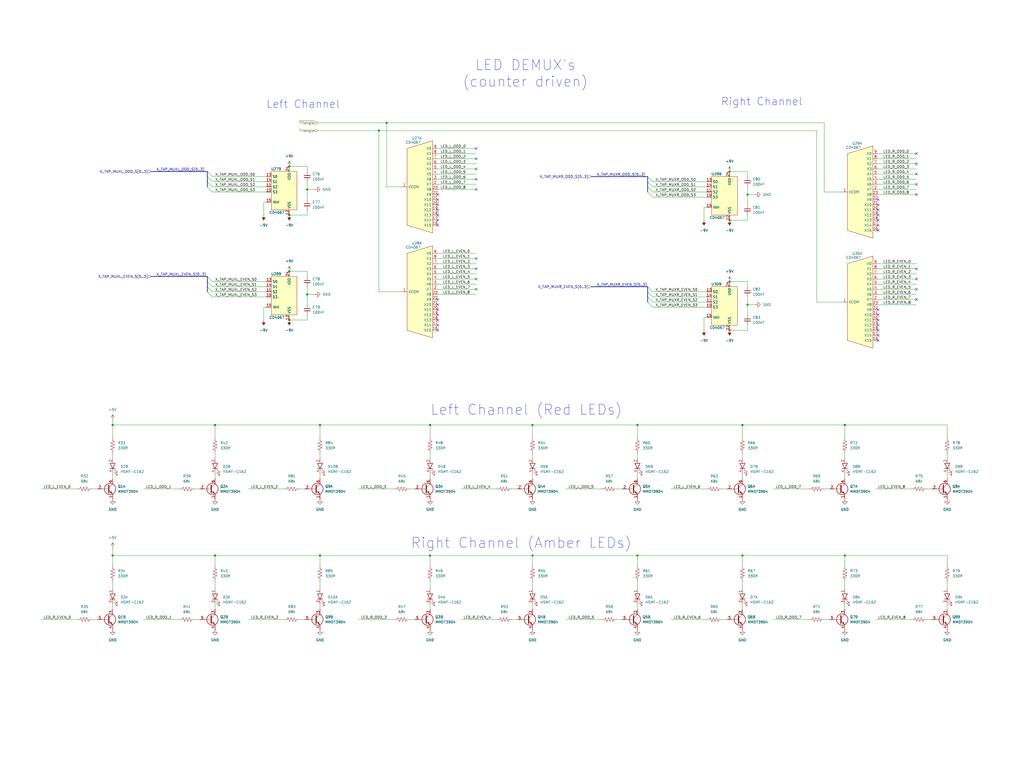
<source format=kicad_sch>
(kicad_sch (version 20250114) (generator "eeschema") (generator_version "9.0")
  (paper "User" 508 381)
  (title_block (title "Solid State Scanner Vibrato") (date "2024-10-27") (company "Osprey Instruments"))
  (text "Right Channel" (at 377.952 50.546 0) (effects (font (size 3.81 3.81))))
  (text "Left Channel (Red LEDs)" (at 261.112 203.454 0) (effects (font (size 5.08 5.08))))
  (text "LED DEMUX's\n(counter driven)" (at 260.604 36.576 0) (effects (font (size 5.08 5.08))))
  (text "Right Channel (Amber LEDs)" (at 258.572 269.494 0) (effects (font (size 5.08 5.08))))
  (text "Left Channel" (at 150.368 51.816 0) (effects (font (size 3.81 3.81))))
  (junction (at 143.51 158.75))
  (junction (at 143.51 82.55))
  (junction (at 361.95 85.09))
  (junction (at 143.51 134.62))
  (junction (at 152.4 146.05))
  (junction (at 187.96 64.77))
  (junction (at 152.4 93.98))
  (junction (at 55.88 210.82))
  (junction (at 316.23 275.59))
  (junction (at 213.36 210.82))
  (junction (at 158.75 210.82))
  (junction (at 368.3 210.82))
  (junction (at 158.75 275.59))
  (junction (at 419.1 275.59))
  (junction (at 368.3 275.59))
  (junction (at 143.51 106.68))
  (junction (at 361.95 163.83))
  (junction (at 316.23 210.82))
  (junction (at 361.95 139.7))
  (junction (at 264.16 210.82))
  (junction (at 370.84 151.13))
  (junction (at 106.68 275.59))
  (junction (at 370.84 96.52))
  (junction (at 213.36 275.59))
  (junction (at 361.95 109.22))
  (junction (at 264.16 275.59))
  (junction (at 106.68 210.82))
  (junction (at 191.77 60.96))
  (junction (at 55.88 275.59))
  (junction (at 419.1 210.82))
  (no_connect (at 454.66 96.52))
  (no_connect (at 435.61 114.3))
  (no_connect (at 435.61 168.91))
  (no_connect (at 435.61 158.75))
  (no_connect (at 217.17 151.13))
  (no_connect (at 454.66 86.36))
  (no_connect (at 217.17 153.67))
  (no_connect (at 454.66 76.2))
  (no_connect (at 435.61 163.83))
  (no_connect (at 217.17 104.14))
  (no_connect (at 454.66 138.43))
  (no_connect (at 236.22 78.74))
  (no_connect (at 236.22 143.51))
  (no_connect (at 236.22 73.66))
  (no_connect (at 454.66 91.44))
  (no_connect (at 236.22 138.43))
  (no_connect (at 435.61 109.22))
  (no_connect (at 454.66 81.28))
  (no_connect (at 435.61 99.06))
  (no_connect (at 454.66 148.59))
  (no_connect (at 454.66 143.51))
  (no_connect (at 217.17 163.83))
  (no_connect (at 435.61 106.68))
  (no_connect (at 435.61 161.29))
  (no_connect (at 435.61 104.14))
  (no_connect (at 217.17 148.59))
  (no_connect (at 435.61 111.76))
  (no_connect (at 217.17 99.06))
  (no_connect (at 435.61 156.21))
  (no_connect (at 236.22 83.82))
  (no_connect (at 217.17 96.52))
  (no_connect (at 217.17 111.76))
  (no_connect (at 217.17 158.75))
  (no_connect (at 454.66 133.35))
  (no_connect (at 217.17 109.22))
  (no_connect (at 435.61 166.37))
  (no_connect (at 236.22 93.98))
  (no_connect (at 236.22 88.9))
  (no_connect (at 217.17 106.68))
  (no_connect (at 435.61 153.67))
  (no_connect (at 435.61 101.6))
  (no_connect (at 217.17 101.6))
  (no_connect (at 236.22 133.35))
  (no_connect (at 236.22 128.27))
  (no_connect (at 217.17 156.21))
  (no_connect (at 217.17 161.29))
  (bus_entry (at 321.31 149.86) (size 2.54 2.54))
  (bus_entry (at 321.31 87.63) (size 2.54 2.54))
  (bus_entry (at 102.87 87.63) (size 2.54 2.54))
  (bus_entry (at 102.87 90.17) (size 2.54 2.54))
  (bus_entry (at 102.87 137.16) (size 2.54 2.54))
  (bus_entry (at 321.31 142.24) (size 2.54 2.54))
  (bus_entry (at 102.87 142.24) (size 2.54 2.54))
  (bus_entry (at 102.87 85.09) (size 2.54 2.54))
  (bus_entry (at 321.31 92.71) (size 2.54 2.54))
  (bus_entry (at 321.31 144.78) (size 2.54 2.54))
  (bus_entry (at 102.87 92.71) (size 2.54 2.54))
  (bus_entry (at 321.31 147.32) (size 2.54 2.54))
  (bus_entry (at 321.31 95.25) (size 2.54 2.54))
  (bus_entry (at 102.87 139.7) (size 2.54 2.54))
  (bus_entry (at 321.31 90.17) (size 2.54 2.54))
  (bus_entry (at 102.87 144.78) (size 2.54 2.54))
  (wire (pts (xy 55.88 271.78) (xy 55.88 275.59)))
  (wire (pts (xy 435.61 76.2) (xy 454.66 76.2)))
  (wire (pts (xy 106.68 275.59) (xy 158.75 275.59)))
  (wire (pts (xy 459.74 242.57) (xy 462.28 242.57)))
  (wire (pts (xy 213.36 224.79) (xy 213.36 227.33)))
  (wire (pts (xy 419.1 299.72) (xy 419.1 302.26)))
  (wire (pts (xy 217.17 76.2) (xy 236.22 76.2)))
  (wire (pts (xy 316.23 275.59) (xy 368.3 275.59)))
  (wire (pts (xy 213.36 288.29) (xy 213.36 292.1)))
  (bus (pts (xy 293.37 87.63) (xy 321.31 87.63)))
  (wire (pts (xy 419.1 275.59) (xy 469.9 275.59)))
  (wire (pts (xy 469.9 224.79) (xy 469.9 227.33)))
  (wire (pts (xy 217.17 91.44) (xy 236.22 91.44)))
  (wire (pts (xy 323.85 149.86) (xy 350.52 149.86)))
  (wire (pts (xy 358.14 242.57) (xy 360.68 242.57)))
  (wire (pts (xy 217.17 125.73) (xy 236.22 125.73)))
  (wire (pts (xy 368.3 210.82) (xy 368.3 217.17)))
  (wire (pts (xy 55.88 208.28) (xy 55.88 210.82)))
  (wire (pts (xy 105.41 87.63) (xy 132.08 87.63)))
  (wire (pts (xy 332.74 307.34) (xy 350.52 307.34)))
  (wire (pts (xy 152.4 106.68) (xy 152.4 104.14)))
  (wire (pts (xy 55.88 210.82) (xy 106.68 210.82)))
  (wire (pts (xy 71.12 307.34) (xy 88.9 307.34)))
  (bus (pts (xy 321.31 92.71) (xy 321.31 90.17)))
  (wire (pts (xy 106.68 299.72) (xy 106.68 302.26)))
  (wire (pts (xy 349.25 157.48) (xy 350.52 157.48)))
  (bus (pts (xy 102.87 92.71) (xy 102.87 90.17)))
  (bus (pts (xy 321.31 90.17) (xy 321.31 87.63)))
  (wire (pts (xy 177.8 242.57) (xy 195.58 242.57)))
  (wire (pts (xy 177.8 307.34) (xy 195.58 307.34)))
  (wire (pts (xy 280.67 242.57) (xy 298.45 242.57)))
  (bus (pts (xy 102.87 139.7) (xy 102.87 137.16)))
  (wire (pts (xy 157.48 60.96) (xy 191.77 60.96)))
  (wire (pts (xy 158.75 275.59) (xy 213.36 275.59)))
  (wire (pts (xy 106.68 288.29) (xy 106.68 292.1)))
  (wire (pts (xy 152.4 90.17) (xy 152.4 93.98)))
  (wire (pts (xy 349.25 102.87) (xy 350.52 102.87)))
  (bus (pts (xy 102.87 90.17) (xy 102.87 87.63)))
  (wire (pts (xy 130.81 106.68) (xy 130.81 100.33)))
  (wire (pts (xy 370.84 92.71) (xy 370.84 96.52)))
  (wire (pts (xy 105.41 139.7) (xy 132.08 139.7)))
  (wire (pts (xy 323.85 92.71) (xy 350.52 92.71)))
  (wire (pts (xy 435.61 91.44) (xy 454.66 91.44)))
  (wire (pts (xy 143.51 106.68) (xy 152.4 106.68)))
  (wire (pts (xy 435.61 130.81) (xy 454.66 130.81)))
  (wire (pts (xy 368.3 288.29) (xy 368.3 292.1)))
  (wire (pts (xy 323.85 147.32) (xy 350.52 147.32)))
  (bus (pts (xy 102.87 142.24) (xy 102.87 139.7)))
  (wire (pts (xy 405.13 149.86) (xy 417.83 149.86)))
  (wire (pts (xy 55.88 299.72) (xy 55.88 302.26)))
  (wire (pts (xy 157.48 64.77) (xy 187.96 64.77)))
  (wire (pts (xy 368.3 210.82) (xy 419.1 210.82)))
  (wire (pts (xy 370.84 151.13) (xy 370.84 156.21)))
  (wire (pts (xy 187.96 64.77) (xy 405.13 64.77)))
  (wire (pts (xy 152.4 85.09) (xy 152.4 82.55)))
  (wire (pts (xy 217.17 128.27) (xy 236.22 128.27)))
  (wire (pts (xy 368.3 275.59) (xy 419.1 275.59)))
  (wire (pts (xy 55.88 288.29) (xy 55.88 292.1)))
  (wire (pts (xy 435.61 78.74) (xy 454.66 78.74)))
  (wire (pts (xy 368.3 275.59) (xy 368.3 280.67)))
  (wire (pts (xy 349.25 109.22) (xy 349.25 102.87)))
  (wire (pts (xy 106.68 224.79) (xy 106.68 227.33)))
  (wire (pts (xy 434.34 307.34) (xy 452.12 307.34)))
  (wire (pts (xy 435.61 146.05) (xy 454.66 146.05)))
  (wire (pts (xy 419.1 288.29) (xy 419.1 292.1)))
  (wire (pts (xy 130.81 100.33) (xy 132.08 100.33)))
  (wire (pts (xy 143.51 82.55) (xy 152.4 82.55)))
  (wire (pts (xy 228.6 242.57) (xy 246.38 242.57)))
  (wire (pts (xy 459.74 307.34) (xy 462.28 307.34)))
  (wire (pts (xy 20.32 307.34) (xy 38.1 307.34)))
  (wire (pts (xy 217.17 130.81) (xy 236.22 130.81)))
  (wire (pts (xy 158.75 275.59) (xy 158.75 280.67)))
  (wire (pts (xy 187.96 144.78) (xy 199.39 144.78)))
  (wire (pts (xy 158.75 210.82) (xy 213.36 210.82)))
  (wire (pts (xy 280.67 307.34) (xy 298.45 307.34)))
  (wire (pts (xy 316.23 275.59) (xy 316.23 280.67)))
  (wire (pts (xy 217.17 133.35) (xy 236.22 133.35)))
  (wire (pts (xy 130.81 152.4) (xy 132.08 152.4)))
  (wire (pts (xy 264.16 288.29) (xy 264.16 292.1)))
  (wire (pts (xy 370.84 142.24) (xy 370.84 139.7)))
  (wire (pts (xy 419.1 210.82) (xy 419.1 217.17)))
  (wire (pts (xy 191.77 92.71) (xy 191.77 60.96)))
  (wire (pts (xy 419.1 234.95) (xy 419.1 237.49)))
  (wire (pts (xy 435.61 93.98) (xy 454.66 93.98)))
  (wire (pts (xy 158.75 224.79) (xy 158.75 227.33)))
  (wire (pts (xy 323.85 90.17) (xy 350.52 90.17)))
  (wire (pts (xy 106.68 275.59) (xy 106.68 280.67)))
  (wire (pts (xy 434.34 242.57) (xy 452.12 242.57)))
  (wire (pts (xy 191.77 60.96) (xy 408.94 60.96)))
  (wire (pts (xy 213.36 234.95) (xy 213.36 237.49)))
  (wire (pts (xy 469.9 210.82) (xy 469.9 217.17)))
  (wire (pts (xy 370.84 151.13) (xy 374.65 151.13)))
  (wire (pts (xy 158.75 234.95) (xy 158.75 237.49)))
  (wire (pts (xy 55.88 224.79) (xy 55.88 227.33)))
  (wire (pts (xy 419.1 210.82) (xy 469.9 210.82)))
  (bus (pts (xy 321.31 144.78) (xy 321.31 142.24)))
  (wire (pts (xy 419.1 224.79) (xy 419.1 227.33)))
  (wire (pts (xy 55.88 275.59) (xy 106.68 275.59)))
  (wire (pts (xy 55.88 280.67) (xy 55.88 275.59)))
  (bus (pts (xy 74.93 137.16) (xy 102.87 137.16)))
  (wire (pts (xy 361.95 85.09) (xy 370.84 85.09)))
  (wire (pts (xy 55.88 217.17) (xy 55.88 210.82)))
  (wire (pts (xy 152.4 146.05) (xy 152.4 151.13)))
  (bus (pts (xy 102.87 87.63) (xy 102.87 85.09)))
  (wire (pts (xy 323.85 144.78) (xy 350.52 144.78)))
  (wire (pts (xy 332.74 242.57) (xy 350.52 242.57)))
  (wire (pts (xy 45.72 242.57) (xy 48.26 242.57)))
  (wire (pts (xy 370.84 96.52) (xy 374.65 96.52)))
  (wire (pts (xy 217.17 143.51) (xy 236.22 143.51)))
  (wire (pts (xy 123.19 242.57) (xy 140.97 242.57)))
  (wire (pts (xy 435.61 133.35) (xy 454.66 133.35)))
  (wire (pts (xy 130.81 158.75) (xy 130.81 152.4)))
  (wire (pts (xy 152.4 137.16) (xy 152.4 134.62)))
  (wire (pts (xy 435.61 81.28) (xy 454.66 81.28)))
  (wire (pts (xy 408.94 60.96) (xy 408.94 95.25)))
  (wire (pts (xy 469.9 299.72) (xy 469.9 302.26)))
  (wire (pts (xy 383.54 242.57) (xy 401.32 242.57)))
  (wire (pts (xy 323.85 97.79) (xy 350.52 97.79)))
  (wire (pts (xy 316.23 299.72) (xy 316.23 302.26)))
  (wire (pts (xy 316.23 224.79) (xy 316.23 227.33)))
  (wire (pts (xy 203.2 307.34) (xy 205.74 307.34)))
  (wire (pts (xy 408.94 242.57) (xy 411.48 242.57)))
  (wire (pts (xy 358.14 307.34) (xy 360.68 307.34)))
  (wire (pts (xy 435.61 86.36) (xy 454.66 86.36)))
  (wire (pts (xy 158.75 288.29) (xy 158.75 292.1)))
  (wire (pts (xy 370.84 163.83) (xy 370.84 161.29)))
  (wire (pts (xy 187.96 64.77) (xy 187.96 144.78)))
  (wire (pts (xy 105.41 142.24) (xy 132.08 142.24)))
  (wire (pts (xy 105.41 92.71) (xy 132.08 92.71)))
  (wire (pts (xy 368.3 234.95) (xy 368.3 237.49)))
  (wire (pts (xy 435.61 138.43) (xy 454.66 138.43)))
  (wire (pts (xy 105.41 144.78) (xy 132.08 144.78)))
  (wire (pts (xy 213.36 299.72) (xy 213.36 302.26)))
  (wire (pts (xy 158.75 210.82) (xy 158.75 217.17)))
  (wire (pts (xy 106.68 210.82) (xy 106.68 217.17)))
  (wire (pts (xy 435.61 140.97) (xy 454.66 140.97)))
  (wire (pts (xy 408.94 307.34) (xy 411.48 307.34)))
  (wire (pts (xy 199.39 92.71) (xy 191.77 92.71)))
  (wire (pts (xy 45.72 307.34) (xy 48.26 307.34)))
  (wire (pts (xy 217.17 138.43) (xy 236.22 138.43)))
  (wire (pts (xy 123.19 307.34) (xy 140.97 307.34)))
  (wire (pts (xy 96.52 307.34) (xy 99.06 307.34)))
  (wire (pts (xy 96.52 242.57) (xy 99.06 242.57)))
  (wire (pts (xy 370.84 147.32) (xy 370.84 151.13)))
  (wire (pts (xy 361.95 163.83) (xy 370.84 163.83)))
  (bus (pts (xy 74.93 85.09) (xy 102.87 85.09)))
  (wire (pts (xy 203.2 242.57) (xy 205.74 242.57)))
  (wire (pts (xy 323.85 152.4) (xy 350.52 152.4)))
  (bus (pts (xy 321.31 147.32) (xy 321.31 144.78)))
  (wire (pts (xy 217.17 140.97) (xy 236.22 140.97)))
  (wire (pts (xy 383.54 307.34) (xy 401.32 307.34)))
  (wire (pts (xy 361.95 109.22) (xy 370.84 109.22)))
  (wire (pts (xy 316.23 210.82) (xy 368.3 210.82)))
  (wire (pts (xy 148.59 307.34) (xy 151.13 307.34)))
  (bus (pts (xy 321.31 149.86) (xy 321.31 147.32)))
  (wire (pts (xy 217.17 83.82) (xy 236.22 83.82)))
  (wire (pts (xy 55.88 234.95) (xy 55.88 237.49)))
  (wire (pts (xy 419.1 275.59) (xy 419.1 280.67)))
  (wire (pts (xy 306.07 307.34) (xy 308.61 307.34)))
  (wire (pts (xy 152.4 93.98) (xy 156.21 93.98)))
  (wire (pts (xy 264.16 224.79) (xy 264.16 227.33)))
  (wire (pts (xy 20.32 242.57) (xy 38.1 242.57)))
  (wire (pts (xy 469.9 234.95) (xy 469.9 237.49)))
  (wire (pts (xy 106.68 210.82) (xy 158.75 210.82)))
  (wire (pts (xy 217.17 81.28) (xy 236.22 81.28)))
  (wire (pts (xy 217.17 146.05) (xy 236.22 146.05)))
  (wire (pts (xy 316.23 210.82) (xy 316.23 217.17)))
  (wire (pts (xy 435.61 151.13) (xy 454.66 151.13)))
  (wire (pts (xy 435.61 83.82) (xy 454.66 83.82)))
  (wire (pts (xy 217.17 93.98) (xy 236.22 93.98)))
  (wire (pts (xy 435.61 96.52) (xy 454.66 96.52)))
  (wire (pts (xy 306.07 242.57) (xy 308.61 242.57)))
  (wire (pts (xy 105.41 95.25) (xy 132.08 95.25)))
  (wire (pts (xy 361.95 139.7) (xy 370.84 139.7)))
  (bus (pts (xy 293.37 142.24) (xy 321.31 142.24)))
  (wire (pts (xy 316.23 234.95) (xy 316.23 237.49)))
  (wire (pts (xy 370.84 109.22) (xy 370.84 106.68)))
  (wire (pts (xy 217.17 135.89) (xy 236.22 135.89)))
  (wire (pts (xy 217.17 88.9) (xy 236.22 88.9)))
  (bus (pts (xy 321.31 95.25) (xy 321.31 92.71)))
  (wire (pts (xy 152.4 146.05) (xy 156.21 146.05)))
  (wire (pts (xy 213.36 210.82) (xy 264.16 210.82)))
  (wire (pts (xy 370.84 96.52) (xy 370.84 101.6)))
  (wire (pts (xy 213.36 210.82) (xy 213.36 217.17)))
  (wire (pts (xy 217.17 86.36) (xy 236.22 86.36)))
  (wire (pts (xy 323.85 95.25) (xy 350.52 95.25)))
  (wire (pts (xy 254 307.34) (xy 256.54 307.34)))
  (wire (pts (xy 105.41 90.17) (xy 132.08 90.17)))
  (wire (pts (xy 368.3 224.79) (xy 368.3 227.33)))
  (wire (pts (xy 264.16 275.59) (xy 316.23 275.59)))
  (wire (pts (xy 435.61 88.9) (xy 454.66 88.9)))
  (wire (pts (xy 152.4 142.24) (xy 152.4 146.05)))
  (wire (pts (xy 106.68 234.95) (xy 106.68 237.49)))
  (wire (pts (xy 264.16 210.82) (xy 316.23 210.82)))
  (wire (pts (xy 143.51 134.62) (xy 152.4 134.62)))
  (wire (pts (xy 408.94 95.25) (xy 417.83 95.25)))
  (wire (pts (xy 228.6 307.34) (xy 246.38 307.34)))
  (wire (pts (xy 264.16 275.59) (xy 264.16 280.67)))
  (wire (pts (xy 405.13 64.77) (xy 405.13 149.86)))
  (wire (pts (xy 152.4 158.75) (xy 152.4 156.21)))
  (wire (pts (xy 469.9 288.29) (xy 469.9 292.1)))
  (wire (pts (xy 264.16 299.72) (xy 264.16 302.26)))
  (bus (pts (xy 102.87 144.78) (xy 102.87 142.24)))
  (wire (pts (xy 254 242.57) (xy 256.54 242.57)))
  (wire (pts (xy 71.12 242.57) (xy 88.9 242.57)))
  (wire (pts (xy 435.61 148.59) (xy 454.66 148.59)))
  (wire (pts (xy 105.41 147.32) (xy 132.08 147.32)))
  (wire (pts (xy 217.17 73.66) (xy 236.22 73.66)))
  (wire (pts (xy 349.25 163.83) (xy 349.25 157.48)))
  (wire (pts (xy 148.59 242.57) (xy 151.13 242.57)))
  (wire (pts (xy 152.4 93.98) (xy 152.4 99.06)))
  (wire (pts (xy 264.16 210.82) (xy 264.16 217.17)))
  (wire (pts (xy 469.9 275.59) (xy 469.9 280.67)))
  (wire (pts (xy 264.16 234.95) (xy 264.16 237.49)))
  (wire (pts (xy 143.51 158.75) (xy 152.4 158.75)))
  (wire (pts (xy 217.17 78.74) (xy 236.22 78.74)))
  (wire (pts (xy 435.61 143.51) (xy 454.66 143.51)))
  (wire (pts (xy 368.3 299.72) (xy 368.3 302.26)))
  (wire (pts (xy 370.84 87.63) (xy 370.84 85.09)))
  (wire (pts (xy 435.61 135.89) (xy 454.66 135.89)))
  (wire (pts (xy 158.75 299.72) (xy 158.75 302.26)))
  (wire (pts (xy 213.36 275.59) (xy 264.16 275.59)))
  (wire (pts (xy 316.23 288.29) (xy 316.23 292.1)))
  (wire (pts (xy 213.36 275.59) (xy 213.36 280.67)))
  (label "X_TAP_MUXL_ODD_S1" (at 106.68 90.17 0))
  (label "X_TAP_MUXR_EVEN_S0" (at 325.12 144.78 0))
  (label "LED_L_EVEN_5" (at 219.71 138.43 0))
  (label "LED_R_ODD_7" (at 438.15 93.98 0))
  (label "LED_R_ODD_5" (at 438.15 88.9 0))
  (label "LED_R_EVEN_6" (at 438.15 146.05 0))
  (label "LED_L_ODD_5" (at 281.94 242.57 0))
  (label "LED_L_EVEN_6" (at 219.71 140.97 0))
  (label "LED_L_ODD_7" (at 384.81 242.57 0))
  (label "X_TAP_MUXL_ODD_S0" (at 106.68 87.63 0))
  (label "X_TAP_MUXR_EVEN_S[0..3]" (at 295.91 142.24 0))
  (label "X_TAP_MUXL_EVEN_S1" (at 106.68 142.24 0))
  (label "LED_L_ODD_0" (at 218.44 73.66 0))
  (label "LED_R_EVEN_1" (at 438.15 133.35 0))
  (label "LED_L_ODD_5" (at 218.44 86.36 0))
  (label "LED_L_ODD_1" (at 218.44 76.2 0))
  (label "LED_R_ODD_8" (at 438.15 96.52 0))
  (label "LED_L_EVEN_4" (at 229.87 242.57 0))
  (label "X_TAP_MUXL_EVEN_S0" (at 106.68 139.7 0))
  (label "LED_R_EVEN_5" (at 438.15 143.51 0))
  (label "LED_L_ODD_1" (at 72.39 242.57 0))
  (label "LED_L_EVEN_2" (at 219.71 130.81 0))
  (label "LED_L_EVEN_2" (at 124.46 242.57 0))
  (label "LED_R_EVEN_0" (at 21.59 307.34 0))
  (label "LED_L_EVEN_4" (at 219.71 135.89 0))
  (label "LED_R_ODD_7" (at 384.81 307.34 0))
  (label "X_TAP_MUXL_EVEN_S2" (at 106.68 144.78 0))
  (label "LED_R_EVEN_7" (at 438.15 148.59 0))
  (label "LED_R_ODD_2" (at 438.15 81.28 0))
  (label "X_TAP_MUXR_ODD_S[0..3]" (at 295.91 87.63 0))
  (label "X_TAP_MUXR_EVEN_S1" (at 325.12 147.32 0))
  (label "LED_L_ODD_8" (at 218.44 93.98 0))
  (label "LED_L_ODD_3" (at 218.44 81.28 0))
  (label "LED_R_EVEN_6" (at 334.01 307.34 0))
  (label "LED_L_ODD_6" (at 218.44 88.9 0))
  (label "LED_R_EVEN_2" (at 438.15 135.89 0))
  (label "X_TAP_MUXL_ODD_S[0..3]" (at 77.47 85.09 0))
  (label "LED_R_ODD_1" (at 438.15 78.74 0))
  (label "LED_R_ODD_6" (at 438.15 91.44 0))
  (label "LED_L_EVEN_0" (at 21.59 242.57 0))
  (label "X_TAP_MUXR_ODD_S0" (at 325.12 90.17 0))
  (label "LED_R_ODD_3" (at 179.07 307.34 0))
  (label "LED_L_EVEN_0" (at 219.71 125.73 0))
  (label "X_TAP_MUXL_EVEN_S[0..3]" (at 77.47 137.16 0))
  (label "X_TAP_MUXR_EVEN_S3" (at 325.12 152.4 0))
  (label "LED_R_ODD_5" (at 281.94 307.34 0))
  (label "X_TAP_MUXR_ODD_S2" (at 325.12 95.25 0))
  (label "LED_R_EVEN_3" (at 438.15 138.43 0))
  (label "LED_L_EVEN_3" (at 219.71 133.35 0))
  (label "LED_R_EVEN_4" (at 229.87 307.34 0))
  (label "LED_L_ODD_3" (at 179.07 242.57 0))
  (label "LED_R_ODD_3" (at 438.15 83.82 0))
  (label "LED_R_EVEN_0" (at 438.15 130.81 0))
  (label "LED_L_EVEN_7" (at 219.71 143.51 0))
  (label "LED_R_EVEN_2" (at 124.46 307.34 0))
  (label "LED_L_EVEN_8" (at 219.71 146.05 0))
  (label "X_TAP_MUXL_EVEN_S3" (at 106.68 147.32 0))
  (label "LED_R_ODD_0" (at 438.15 76.2 0))
  (label "X_TAP_MUXL_ODD_S2" (at 106.68 92.71 0))
  (label "LED_R_ODD_4" (at 438.15 86.36 0))
  (label "LED_L_EVEN_6" (at 334.01 242.57 0))
  (label "LED_L_ODD_4" (at 218.44 83.82 0))
  (label "X_TAP_MUXR_ODD_S3" (at 325.12 97.79 0))
  (label "X_TAP_MUXR_EVEN_S2" (at 325.12 149.86 0))
  (label "LED_L_ODD_7" (at 218.44 91.44 0))
  (label "LED_R_ODD_1" (at 72.39 307.34 0))
  (label "LED_R_EVEN_8" (at 435.61 307.34 0))
  (label "LED_L_EVEN_1" (at 219.71 128.27 0))
  (label "LED_L_ODD_2" (at 218.44 78.74 0))
  (label "LED_R_EVEN_8" (at 438.15 151.13 0))
  (label "LED_R_EVEN_4" (at 438.15 140.97 0))
  (label "X_TAP_MUXR_ODD_S1" (at 325.12 92.71 0))
  (label "LED_L_EVEN_8" (at 435.61 242.57 0))
  (label "X_TAP_MUXL_ODD_S3" (at 106.68 95.25 0))
  (hierarchical_label "X_TAP_MUXL_ODD_S[0..3]" (shape input) (at 74.93 85.09 180))
  (hierarchical_label "X_TAP_MUXL_EVEN_S[0..3]" (shape input) (at 74.93 137.16 180))
  (hierarchical_label "Triangle" (shape input) (at 157.48 64.77 180))
  (hierarchical_label "~{Triangle}" (shape input) (at 157.48 60.96 180))
  (hierarchical_label "X_TAP_MUXR_EVEN_S[0..3]" (shape input) (at 293.37 142.24 180))
  (hierarchical_label "X_TAP_MUXR_ODD_S[0..3]" (shape input) (at 293.37 87.63 180))
  (symbol (lib_id "Transistor_BJT:MMDT3904") (at 261.62 242.57 0) (unit 1)
    (property "Reference" "Q4" (at 266.7 241.2999 0) (effects (justify left)))
    (property "Value" "MMDT3904" (at 266.7 243.8399 0) (effects (justify left)))
    (property "Footprint" "Package_TO_SOT_SMD:SOT-363_SC-70-6" (effects (hide yes)))
    (property "Datasheet" "http://www.diodes.com/_files/datasheets/ds30088.pdf" (effects (hide yes)))
    (property "Description" "200mA IC, 40V Vce, Dual NPN/NPN Transistors, SOT-363" (effects (hide yes)))
  )
  (symbol (lib_id "OspreyIntruments:CD4067") (at 433.07 95.25 0) (mirror y) (unit 1)
    (property "Reference" "U29" (at 425.196 71.12 0))
    (property "Value" "CD4067" (at 423.418 73.152 0))
    (property "Footprint" "Package_SO:TSSOP-24_4.4x7.8mm_P0.65mm" (effects (hide yes)))
    (property "Datasheet" "https://www.ti.com/lit/ds/symlink/cd4067b.pdf?HQS=dis-dk-null-digikeymode-dsf-pf-null-wwe&ts=1729476898048&ref_url=https%253A%252F%252Fwww.ti.com%252Fgeneral%252Fdocs%252Fsuppproductinfo.tsp%253FdistId%253D10%2526gotoUrl%253Dhttps%253A%252F%252Fwww.ti.com%252Flit%252Fgpn%252Fcd4067b" (effects (hide yes)))
    (property "Description" "IC MUX 16:1 240OHM 24TSSOP" (effects (hide yes)))
    (property "Manufacturer" "Texas Instruments" (effects (hide yes)))
    (property "Part Number" "CD4067BPWR" (effects (hide yes)))
  )
  (symbol (lib_id "Device:C_Small") (at 370.84 158.75 0) (unit 1)
    (property "Reference" "C83" (at 373.38 157.4862 0) (effects (justify left)))
    (property "Value" "100nF" (at 373.38 160.0262 0) (effects (justify left)))
    (property "Footprint" "Capacitor_SMD:C_0603_1608Metric" (effects (hide yes)))
    (property "Description" "Unpolarized capacitor, small symbol" (effects (hide yes)))
  )
  (symbol (lib_id "Device:R_US") (at 302.26 242.57 90) (unit 1)
    (property "Reference" "R57" (at 302.26 236.22 90))
    (property "Value" "68k" (at 302.26 238.76 90))
    (property "Footprint" "Resistor_SMD:R_0603_1608Metric" (effects (hide yes)))
    (property "Description" "Resistor, US symbol" (effects (hide yes)))
  )
  (symbol (lib_id "Device:R_US") (at 264.16 220.98 0) (unit 1)
    (property "Reference" "R54" (at 266.7 219.7099 0) (effects (justify left)))
    (property "Value" "330R" (at 266.7 222.2499 0) (effects (justify left)))
    (property "Footprint" "Resistor_SMD:R_0603_1608Metric" (effects (hide yes)))
    (property "Description" "Resistor, US symbol" (effects (hide yes)))
  )
  (symbol (lib_id "Device:C_Small") (at 370.84 90.17 0) (unit 1)
    (property "Reference" "C80" (at 373.38 88.9062 0) (effects (justify left)))
    (property "Value" "100nF" (at 373.38 91.4462 0) (effects (justify left)))
    (property "Footprint" "Capacitor_SMD:C_0603_1608Metric" (effects (hide yes)))
    (property "Description" "Unpolarized capacitor, small symbol" (effects (hide yes)))
  )
  (symbol (lib_id "OspreyIntruments:HSMF-C162") (at 368.3 297.18 90) (unit 1)
    (property "Reference" "D7" (at 372.11 296.2274 90) (effects (justify right)))
    (property "Value" "HSMF-C162" (at 372.11 298.7674 90) (effects (justify right)))
    (property "Footprint" "Osprey:LED_HSMF-C162" (effects (hide yes)))
    (property "Description" "LED AMBER/RED DIFFUSED 0603 SMD" (effects (hide yes)))
    (property "Manufacturer" "Broadcom Limited" (effects (hide yes)))
    (property "Part Number" "HSMF-C162" (effects (hide yes)))
  )
  (symbol (lib_id "power:GND") (at 264.16 247.65 0) (mirror y) (unit 1)
    (property "Reference" "#PWR0133" (effects (hide yes)))
    (property "Value" "GND" (at 264.16 252.73 0))
    (property "Description" "Power symbol creates a global label with name \"GND\" , ground" (effects (hide yes)))
  )
  (symbol (lib_id "OspreyIntruments:CD4067") (at 433.07 149.86 0) (mirror y) (unit 1)
    (property "Reference" "U30" (at 425.196 125.73 0))
    (property "Value" "CD4067" (at 423.418 127.762 0))
    (property "Footprint" "Package_SO:TSSOP-24_4.4x7.8mm_P0.65mm" (effects (hide yes)))
    (property "Datasheet" "https://www.ti.com/lit/ds/symlink/cd4067b.pdf?HQS=dis-dk-null-digikeymode-dsf-pf-null-wwe&ts=1729476898048&ref_url=https%253A%252F%252Fwww.ti.com%252Fgeneral%252Fdocs%252Fsuppproductinfo.tsp%253FdistId%253D10%2526gotoUrl%253Dhttps%253A%252F%252Fwww.ti.com%252Flit%252Fgpn%252Fcd4067b" (effects (hide yes)))
    (property "Description" "IC MUX 16:1 240OHM 24TSSOP" (effects (hide yes)))
    (property "Manufacturer" "Texas Instruments" (effects (hide yes)))
    (property "Part Number" "CD4067BPWR" (effects (hide yes)))
  )
  (symbol (lib_id "OspreyIntruments:HSMF-C162") (at 469.9 232.41 90) (unit 2)
    (property "Reference" "D9" (at 473.71 231.4574 90) (effects (justify right)))
    (property "Value" "HSMF-C162" (at 473.71 233.9974 90) (effects (justify right)))
    (property "Footprint" "Osprey:LED_HSMF-C162" (effects (hide yes)))
    (property "Description" "LED AMBER/RED DIFFUSED 0603 SMD" (effects (hide yes)))
    (property "Manufacturer" "Broadcom Limited" (effects (hide yes)))
    (property "Part Number" "HSMF-C162" (effects (hide yes)))
  )
  (symbol (lib_id "power:GND") (at 374.65 96.52 90) (unit 1)
    (property "Reference" "#PWR0121" (effects (hide yes)))
    (property "Value" "GND" (at 378.46 96.5199 90) (effects (justify right)))
    (property "Description" "Power symbol creates a global label with name \"GND\" , ground" (effects (hide yes)))
  )
  (symbol (lib_id "Transistor_BJT:MMDT3904") (at 313.69 307.34 0) (unit 2)
    (property "Reference" "Q5" (at 318.77 306.0699 0) (effects (justify left)))
    (property "Value" "MMDT3904" (at 318.77 308.6099 0) (effects (justify left)))
    (property "Footprint" "Package_TO_SOT_SMD:SOT-363_SC-70-6" (effects (hide yes)))
    (property "Datasheet" "http://www.diodes.com/_files/datasheets/ds30088.pdf" (effects (hide yes)))
    (property "Description" "200mA IC, 40V Vce, Dual NPN/NPN Transistors, SOT-363" (effects (hide yes)))
  )
  (symbol (lib_id "Device:R_US") (at 302.26 307.34 90) (unit 1)
    (property "Reference" "R59" (at 302.26 300.99 90))
    (property "Value" "68k" (at 302.26 303.53 90))
    (property "Footprint" "Resistor_SMD:R_0603_1608Metric" (effects (hide yes)))
    (property "Description" "Resistor, US symbol" (effects (hide yes)))
  )
  (symbol (lib_id "Device:R_US") (at 213.36 284.48 0) (unit 1)
    (property "Reference" "R49" (at 215.9 283.2099 0) (effects (justify left)))
    (property "Value" "330R" (at 215.9 285.7499 0) (effects (justify left)))
    (property "Footprint" "Resistor_SMD:R_0603_1608Metric" (effects (hide yes)))
    (property "Description" "Resistor, US symbol" (effects (hide yes)))
  )
  (symbol (lib_id "power:GND") (at 368.3 247.65 0) (mirror y) (unit 1)
    (property "Reference" "#PWR0137" (effects (hide yes)))
    (property "Value" "GND" (at 368.3 252.73 0))
    (property "Description" "Power symbol creates a global label with name \"GND\" , ground" (effects (hide yes)))
  )
  (symbol (lib_id "Device:C_Small") (at 370.84 104.14 0) (unit 1)
    (property "Reference" "C81" (at 373.38 102.8762 0) (effects (justify left)))
    (property "Value" "100nF" (at 373.38 105.4162 0) (effects (justify left)))
    (property "Footprint" "Capacitor_SMD:C_0603_1608Metric" (effects (hide yes)))
    (property "Description" "Unpolarized capacitor, small symbol" (effects (hide yes)))
  )
  (symbol (lib_id "Device:R_US") (at 144.78 242.57 90) (unit 1)
    (property "Reference" "R81" (at 144.78 236.22 90))
    (property "Value" "68k" (at 144.78 238.76 90))
    (property "Footprint" "Resistor_SMD:R_0603_1608Metric" (effects (hide yes)))
    (property "Description" "Resistor, US symbol" (effects (hide yes)))
  )
  (symbol (lib_id "power:GND") (at 55.88 312.42 0) (mirror y) (unit 1)
    (property "Reference" "#PWR0127" (effects (hide yes)))
    (property "Value" "GND" (at 55.88 317.5 0))
    (property "Description" "Power symbol creates a global label with name \"GND\" , ground" (effects (hide yes)))
  )
  (symbol (lib_id "Device:R_US") (at 41.91 242.57 90) (unit 1)
    (property "Reference" "R32" (at 41.91 236.22 90))
    (property "Value" "68k" (at 41.91 238.76 90))
    (property "Footprint" "Resistor_SMD:R_0603_1608Metric" (effects (hide yes)))
    (property "Description" "Resistor, US symbol" (effects (hide yes)))
  )
  (symbol (lib_id "OspreyIntruments:HSMF-C162") (at 419.1 232.41 90) (unit 2)
    (property "Reference" "D8" (at 422.91 231.4574 90) (effects (justify right)))
    (property "Value" "HSMF-C162" (at 422.91 233.9974 90) (effects (justify right)))
    (property "Footprint" "Osprey:LED_HSMF-C162" (effects (hide yes)))
    (property "Description" "LED AMBER/RED DIFFUSED 0603 SMD" (effects (hide yes)))
    (property "Manufacturer" "Broadcom Limited" (effects (hide yes)))
    (property "Part Number" "HSMF-C162" (effects (hide yes)))
  )
  (symbol (lib_id "Transistor_BJT:MMDT3904") (at 53.34 307.34 0) (unit 2)
    (property "Reference" "Q1" (at 58.42 306.0699 0) (effects (justify left)))
    (property "Value" "MMDT3904" (at 58.42 308.6099 0) (effects (justify left)))
    (property "Footprint" "Package_TO_SOT_SMD:SOT-363_SC-70-6" (effects (hide yes)))
    (property "Datasheet" "http://www.diodes.com/_files/datasheets/ds30088.pdf" (effects (hide yes)))
    (property "Description" "200mA IC, 40V Vce, Dual NPN/NPN Transistors, SOT-363" (effects (hide yes)))
  )
  (symbol (lib_id "OspreyIntruments:HSMF-C162") (at 106.68 232.41 90) (unit 2)
    (property "Reference" "D3" (at 110.49 231.4574 90) (effects (justify right)))
    (property "Value" "HSMF-C162" (at 110.49 233.9974 90) (effects (justify right)))
    (property "Footprint" "Osprey:LED_HSMF-C162" (effects (hide yes)))
    (property "Description" "LED AMBER/RED DIFFUSED 0603 SMD" (effects (hide yes)))
    (property "Manufacturer" "Broadcom Limited" (effects (hide yes)))
    (property "Part Number" "HSMF-C162" (effects (hide yes)))
  )
  (symbol (lib_id "Device:C_Small") (at 370.84 144.78 0) (unit 1)
    (property "Reference" "C82" (at 373.38 143.5162 0) (effects (justify left)))
    (property "Value" "100nF" (at 373.38 146.0562 0) (effects (justify left)))
    (property "Footprint" "Capacitor_SMD:C_0603_1608Metric" (effects (hide yes)))
    (property "Description" "Unpolarized capacitor, small symbol" (effects (hide yes)))
  )
  (symbol (lib_id "power:+9V") (at 361.95 139.7 0) (unit 1)
    (property "Reference" "#PWR0117" (effects (hide yes)))
    (property "Value" "+9V" (at 361.95 134.62 0))
    (property "Description" "Power symbol creates a global label with name \"+9V\"" (effects (hide yes)))
  )
  (symbol (lib_id "power:-9V") (at 130.81 158.75 180) (unit 1)
    (property "Reference" "#PWR093" (effects (hide yes)))
    (property "Value" "-9V" (at 130.81 163.83 0))
    (property "Description" "Power symbol creates a global label with name \"-9V\"" (effects (hide yes)))
  )
  (symbol (lib_id "power:GND") (at 264.16 312.42 0) (mirror y) (unit 1)
    (property "Reference" "#PWR0134" (effects (hide yes)))
    (property "Value" "GND" (at 264.16 317.5 0))
    (property "Description" "Power symbol creates a global label with name \"GND\" , ground" (effects (hide yes)))
  )
  (symbol (lib_id "Device:C_Small") (at 152.4 87.63 0) (unit 1)
    (property "Reference" "C76" (at 154.94 86.3662 0) (effects (justify left)))
    (property "Value" "100nF" (at 154.94 88.9062 0) (effects (justify left)))
    (property "Footprint" "Capacitor_SMD:C_0603_1608Metric" (effects (hide yes)))
    (property "Description" "Unpolarized capacitor, small symbol" (effects (hide yes)))
  )
  (symbol (lib_id "OspreyIntruments:HSMF-C162") (at 469.9 297.18 90) (unit 1)
    (property "Reference" "D9" (at 473.71 296.2274 90) (effects (justify right)))
    (property "Value" "HSMF-C162" (at 473.71 298.7674 90) (effects (justify right)))
    (property "Footprint" "Osprey:LED_HSMF-C162" (effects (hide yes)))
    (property "Description" "LED AMBER/RED DIFFUSED 0603 SMD" (effects (hide yes)))
    (property "Manufacturer" "Broadcom Limited" (effects (hide yes)))
    (property "Part Number" "HSMF-C162" (effects (hide yes)))
  )
  (symbol (lib_id "power:GND") (at 419.1 247.65 0) (mirror y) (unit 1)
    (property "Reference" "#PWR0139" (effects (hide yes)))
    (property "Value" "GND" (at 419.1 252.73 0))
    (property "Description" "Power symbol creates a global label with name \"GND\" , ground" (effects (hide yes)))
  )
  (symbol (lib_id "power:GND") (at 419.1 312.42 0) (mirror y) (unit 1)
    (property "Reference" "#PWR0140" (effects (hide yes)))
    (property "Value" "GND" (at 419.1 317.5 0))
    (property "Description" "Power symbol creates a global label with name \"GND\" , ground" (effects (hide yes)))
  )
  (symbol (lib_id "Device:R_US") (at 316.23 284.48 0) (unit 1)
    (property "Reference" "R61" (at 318.77 283.2099 0) (effects (justify left)))
    (property "Value" "330R" (at 318.77 285.7499 0) (effects (justify left)))
    (property "Footprint" "Resistor_SMD:R_0603_1608Metric" (effects (hide yes)))
    (property "Description" "Resistor, US symbol" (effects (hide yes)))
  )
  (symbol (lib_id "Device:R_US") (at 455.93 242.57 90) (unit 1)
    (property "Reference" "R75" (at 455.93 236.22 90))
    (property "Value" "68k" (at 455.93 238.76 90))
    (property "Footprint" "Resistor_SMD:R_0603_1608Metric" (effects (hide yes)))
    (property "Description" "Resistor, US symbol" (effects (hide yes)))
  )
  (symbol (lib_id "power:+9V") (at 143.51 134.62 0) (unit 1)
    (property "Reference" "#PWR0113" (effects (hide yes)))
    (property "Value" "+9V" (at 143.51 129.54 0))
    (property "Description" "Power symbol creates a global label with name \"+9V\"" (effects (hide yes)))
  )
  (symbol (lib_id "power:GND") (at 158.75 247.65 0) (mirror y) (unit 1)
    (property "Reference" "#PWR0143" (effects (hide yes)))
    (property "Value" "GND" (at 158.75 252.73 0))
    (property "Description" "Power symbol creates a global label with name \"GND\" , ground" (effects (hide yes)))
  )
  (symbol (lib_id "power:-9V") (at 143.51 106.68 180) (unit 1)
    (property "Reference" "#PWR0112" (effects (hide yes)))
    (property "Value" "-9V" (at 143.51 111.76 0))
    (property "Description" "Power symbol creates a global label with name \"-9V\"" (effects (hide yes)))
  )
  (symbol (lib_id "Device:R_US") (at 199.39 307.34 90) (unit 1)
    (property "Reference" "R47" (at 199.39 300.99 90))
    (property "Value" "68k" (at 199.39 303.53 90))
    (property "Footprint" "Resistor_SMD:R_0603_1608Metric" (effects (hide yes)))
    (property "Description" "Resistor, US symbol" (effects (hide yes)))
  )
  (symbol (lib_id "Device:R_US") (at 455.93 307.34 90) (unit 1)
    (property "Reference" "R77" (at 455.93 300.99 90))
    (property "Value" "68k" (at 455.93 303.53 90))
    (property "Footprint" "Resistor_SMD:R_0603_1608Metric" (effects (hide yes)))
    (property "Description" "Resistor, US symbol" (effects (hide yes)))
  )
  (symbol (lib_id "power:GND") (at 156.21 146.05 90) (unit 1)
    (property "Reference" "#PWR0120" (effects (hide yes)))
    (property "Value" "GND" (at 160.02 146.0499 90) (effects (justify right)))
    (property "Description" "Power symbol creates a global label with name \"GND\" , ground" (effects (hide yes)))
  )
  (symbol (lib_id "OspreyIntruments:CD4067") (at 214.63 144.78 0) (mirror y) (unit 1)
    (property "Reference" "U28" (at 206.756 120.65 0))
    (property "Value" "CD4067" (at 204.978 122.682 0))
    (property "Footprint" "Package_SO:TSSOP-24_4.4x7.8mm_P0.65mm" (effects (hide yes)))
    (property "Datasheet" "https://www.ti.com/lit/ds/symlink/cd4067b.pdf?HQS=dis-dk-null-digikeymode-dsf-pf-null-wwe&ts=1729476898048&ref_url=https%253A%252F%252Fwww.ti.com%252Fgeneral%252Fdocs%252Fsuppproductinfo.tsp%253FdistId%253D10%2526gotoUrl%253Dhttps%253A%252F%252Fwww.ti.com%252Flit%252Fgpn%252Fcd4067b" (effects (hide yes)))
    (property "Description" "IC MUX 16:1 240OHM 24TSSOP" (effects (hide yes)))
    (property "Manufacturer" "Texas Instruments" (effects (hide yes)))
    (property "Part Number" "CD4067BPWR" (effects (hide yes)))
  )
  (symbol (lib_id "Device:R_US") (at 92.71 307.34 90) (unit 1)
    (property "Reference" "R41" (at 92.71 300.99 90))
    (property "Value" "68k" (at 92.71 303.53 90))
    (property "Footprint" "Resistor_SMD:R_0603_1608Metric" (effects (hide yes)))
    (property "Description" "Resistor, US symbol" (effects (hide yes)))
  )
  (symbol (lib_id "power:-9V") (at 349.25 163.83 180) (unit 1)
    (property "Reference" "#PWR0110" (effects (hide yes)))
    (property "Value" "-9V" (at 349.25 168.91 0))
    (property "Description" "Power symbol creates a global label with name \"-9V\"" (effects (hide yes)))
  )
  (symbol (lib_id "Device:R_US") (at 250.19 242.57 90) (unit 1)
    (property "Reference" "R51" (at 250.19 236.22 90))
    (property "Value" "68k" (at 250.19 238.76 90))
    (property "Footprint" "Resistor_SMD:R_0603_1608Metric" (effects (hide yes)))
    (property "Description" "Resistor, US symbol" (effects (hide yes)))
  )
  (symbol (lib_id "OspreyIntruments:CD4067") (at 353.06 165.1 0) (unit 2)
    (property "Reference" "U30" (at 352.806 140.97 0) (effects (justify left)))
    (property "Value" "CD4067" (at 352.044 162.56 0) (effects (justify left)))
    (property "Footprint" "Package_SO:TSSOP-24_4.4x7.8mm_P0.65mm" (effects (hide yes)))
    (property "Datasheet" "https://www.ti.com/lit/ds/symlink/cd4067b.pdf?HQS=dis-dk-null-digikeymode-dsf-pf-null-wwe&ts=1729476898048&ref_url=https%253A%252F%252Fwww.ti.com%252Fgeneral%252Fdocs%252Fsuppproductinfo.tsp%253FdistId%253D10%2526gotoUrl%253Dhttps%253A%252F%252Fwww.ti.com%252Flit%252Fgpn%252Fcd4067b" (effects (hide yes)))
    (property "Description" "IC MUX 16:1 240OHM 24TSSOP" (effects (hide yes)))
    (property "Manufacturer" "Texas Instruments" (effects (hide yes)))
    (property "Part Number" "CD4067BPWR" (effects (hide yes)))
  )
  (symbol (lib_id "power:GND") (at 469.9 247.65 0) (mirror y) (unit 1)
    (property "Reference" "#PWR0141" (effects (hide yes)))
    (property "Value" "GND" (at 469.9 252.73 0))
    (property "Description" "Power symbol creates a global label with name \"GND\" , ground" (effects (hide yes)))
  )
  (symbol (lib_id "Device:R_US") (at 144.78 307.34 90) (unit 1)
    (property "Reference" "R83" (at 144.78 300.99 90))
    (property "Value" "68k" (at 144.78 303.53 90))
    (property "Footprint" "Resistor_SMD:R_0603_1608Metric" (effects (hide yes)))
    (property "Description" "Resistor, US symbol" (effects (hide yes)))
  )
  (symbol (lib_id "Transistor_BJT:MMDT3904") (at 210.82 242.57 0) (unit 1)
    (property "Reference" "Q3" (at 215.9 241.2999 0) (effects (justify left)))
    (property "Value" "MMDT3904" (at 215.9 243.8399 0) (effects (justify left)))
    (property "Footprint" "Package_TO_SOT_SMD:SOT-363_SC-70-6" (effects (hide yes)))
    (property "Datasheet" "http://www.diodes.com/_files/datasheets/ds30088.pdf" (effects (hide yes)))
    (property "Description" "200mA IC, 40V Vce, Dual NPN/NPN Transistors, SOT-363" (effects (hide yes)))
  )
  (symbol (lib_id "Device:R_US") (at 405.13 307.34 90) (unit 1)
    (property "Reference" "R71" (at 405.13 300.99 90))
    (property "Value" "68k" (at 405.13 303.53 90))
    (property "Footprint" "Resistor_SMD:R_0603_1608Metric" (effects (hide yes)))
    (property "Description" "Resistor, US symbol" (effects (hide yes)))
  )
  (symbol (lib_id "power:-9V") (at 130.81 106.68 180) (unit 1)
    (property "Reference" "#PWR043" (effects (hide yes)))
    (property "Value" "-9V" (at 130.81 111.76 0))
    (property "Description" "Power symbol creates a global label with name \"-9V\"" (effects (hide yes)))
  )
  (symbol (lib_id "OspreyIntruments:CD4067") (at 214.63 92.71 0) (mirror y) (unit 1)
    (property "Reference" "U27" (at 206.756 68.58 0))
    (property "Value" "CD4067" (at 204.978 70.612 0))
    (property "Footprint" "Package_SO:TSSOP-24_4.4x7.8mm_P0.65mm" (effects (hide yes)))
    (property "Datasheet" "https://www.ti.com/lit/ds/symlink/cd4067b.pdf?HQS=dis-dk-null-digikeymode-dsf-pf-null-wwe&ts=1729476898048&ref_url=https%253A%252F%252Fwww.ti.com%252Fgeneral%252Fdocs%252Fsuppproductinfo.tsp%253FdistId%253D10%2526gotoUrl%253Dhttps%253A%252F%252Fwww.ti.com%252Flit%252Fgpn%252Fcd4067b" (effects (hide yes)))
    (property "Description" "IC MUX 16:1 240OHM 24TSSOP" (effects (hide yes)))
    (property "Manufacturer" "Texas Instruments" (effects (hide yes)))
    (property "Part Number" "CD4067BPWR" (effects (hide yes)))
  )
  (symbol (lib_id "Device:R_US") (at 106.68 220.98 0) (unit 1)
    (property "Reference" "R42" (at 109.22 219.7099 0) (effects (justify left)))
    (property "Value" "330R" (at 109.22 222.2499 0) (effects (justify left)))
    (property "Footprint" "Resistor_SMD:R_0603_1608Metric" (effects (hide yes)))
    (property "Description" "Resistor, US symbol" (effects (hide yes)))
  )
  (symbol (lib_id "OspreyIntruments:HSMF-C162") (at 264.16 297.18 90) (unit 1)
    (property "Reference" "D5" (at 267.97 296.2274 90) (effects (justify right)))
    (property "Value" "HSMF-C162" (at 267.97 298.7674 90) (effects (justify right)))
    (property "Footprint" "Osprey:LED_HSMF-C162" (effects (hide yes)))
    (property "Description" "LED AMBER/RED DIFFUSED 0603 SMD" (effects (hide yes)))
    (property "Manufacturer" "Broadcom Limited" (effects (hide yes)))
    (property "Part Number" "HSMF-C162" (effects (hide yes)))
  )
  (symbol (lib_id "power:+9V") (at 361.95 85.09 0) (unit 1)
    (property "Reference" "#PWR0115" (effects (hide yes)))
    (property "Value" "+9V" (at 361.95 80.01 0))
    (property "Description" "Power symbol creates a global label with name \"+9V\"" (effects (hide yes)))
  )
  (symbol (lib_id "Device:R_US") (at 354.33 307.34 90) (unit 1)
    (property "Reference" "R65" (at 354.33 300.99 90))
    (property "Value" "68k" (at 354.33 303.53 90))
    (property "Footprint" "Resistor_SMD:R_0603_1608Metric" (effects (hide yes)))
    (property "Description" "Resistor, US symbol" (effects (hide yes)))
  )
  (symbol (lib_id "Transistor_BJT:MMDT3904") (at 156.21 242.57 0) (unit 1)
    (property "Reference" "Q9" (at 161.29 241.2999 0) (effects (justify left)))
    (property "Value" "MMDT3904" (at 161.29 243.8399 0) (effects (justify left)))
    (property "Footprint" "Package_TO_SOT_SMD:SOT-363_SC-70-6" (effects (hide yes)))
    (property "Datasheet" "http://www.diodes.com/_files/datasheets/ds30088.pdf" (effects (hide yes)))
    (property "Description" "200mA IC, 40V Vce, Dual NPN/NPN Transistors, SOT-363" (effects (hide yes)))
  )
  (symbol (lib_id "Device:C_Small") (at 152.4 139.7 0) (unit 1)
    (property "Reference" "C78" (at 154.94 138.4362 0) (effects (justify left)))
    (property "Value" "100nF" (at 154.94 140.9762 0) (effects (justify left)))
    (property "Footprint" "Capacitor_SMD:C_0603_1608Metric" (effects (hide yes)))
    (property "Description" "Unpolarized capacitor, small symbol" (effects (hide yes)))
  )
  (symbol (lib_id "Device:R_US") (at 55.88 220.98 0) (unit 1)
    (property "Reference" "R33" (at 58.42 219.7099 0) (effects (justify left)))
    (property "Value" "330R" (at 58.42 222.2499 0) (effects (justify left)))
    (property "Footprint" "Resistor_SMD:R_0603_1608Metric" (effects (hide yes)))
    (property "Description" "Resistor, US symbol" (effects (hide yes)))
  )
  (symbol (lib_id "OspreyIntruments:HSMF-C162") (at 419.1 297.18 90) (unit 1)
    (property "Reference" "D8" (at 422.91 296.2274 90) (effects (justify right)))
    (property "Value" "HSMF-C162" (at 422.91 298.7674 90) (effects (justify right)))
    (property "Footprint" "Osprey:LED_HSMF-C162" (effects (hide yes)))
    (property "Description" "LED AMBER/RED DIFFUSED 0603 SMD" (effects (hide yes)))
    (property "Manufacturer" "Broadcom Limited" (effects (hide yes)))
    (property "Part Number" "HSMF-C162" (effects (hide yes)))
  )
  (symbol (lib_id "Device:R_US") (at 158.75 284.48 0) (unit 1)
    (property "Reference" "R85" (at 161.29 283.2099 0) (effects (justify left)))
    (property "Value" "330R" (at 161.29 285.7499 0) (effects (justify left)))
    (property "Footprint" "Resistor_SMD:R_0603_1608Metric" (effects (hide yes)))
    (property "Description" "Resistor, US symbol" (effects (hide yes)))
  )
  (symbol (lib_id "Transistor_BJT:MMDT3904") (at 467.36 242.57 0) (unit 1)
    (property "Reference" "Q8" (at 472.44 241.2999 0) (effects (justify left)))
    (property "Value" "MMDT3904" (at 472.44 243.8399 0) (effects (justify left)))
    (property "Footprint" "Package_TO_SOT_SMD:SOT-363_SC-70-6" (effects (hide yes)))
    (property "Datasheet" "http://www.diodes.com/_files/datasheets/ds30088.pdf" (effects (hide yes)))
    (property "Description" "200mA IC, 40V Vce, Dual NPN/NPN Transistors, SOT-363" (effects (hide yes)))
  )
  (symbol (lib_id "OspreyIntruments:CD4067") (at 353.06 110.49 0) (unit 2)
    (property "Reference" "U29" (at 352.806 86.36 0) (effects (justify left)))
    (property "Value" "CD4067" (at 352.044 107.95 0) (effects (justify left)))
    (property "Footprint" "Package_SO:TSSOP-24_4.4x7.8mm_P0.65mm" (effects (hide yes)))
    (property "Datasheet" "https://www.ti.com/lit/ds/symlink/cd4067b.pdf?HQS=dis-dk-null-digikeymode-dsf-pf-null-wwe&ts=1729476898048&ref_url=https%253A%252F%252Fwww.ti.com%252Fgeneral%252Fdocs%252Fsuppproductinfo.tsp%253FdistId%253D10%2526gotoUrl%253Dhttps%253A%252F%252Fwww.ti.com%252Flit%252Fgpn%252Fcd4067b" (effects (hide yes)))
    (property "Description" "IC MUX 16:1 240OHM 24TSSOP" (effects (hide yes)))
    (property "Manufacturer" "Texas Instruments" (effects (hide yes)))
    (property "Part Number" "CD4067BPWR" (effects (hide yes)))
  )
  (symbol (lib_id "power:+9V") (at 143.51 82.55 0) (unit 1)
    (property "Reference" "#PWR0111" (effects (hide yes)))
    (property "Value" "+9V" (at 143.51 77.47 0))
    (property "Description" "Power symbol creates a global label with name \"+9V\"" (effects (hide yes)))
  )
  (symbol (lib_id "power:+5V") (at 55.88 208.28 0) (unit 1)
    (property "Reference" "#PWR0145" (effects (hide yes)))
    (property "Value" "+5V" (at 55.88 203.2 0))
    (property "Description" "Power symbol creates a global label with name \"+5V\"" (effects (hide yes)))
  )
  (symbol (lib_id "power:GND") (at 374.65 151.13 90) (unit 1)
    (property "Reference" "#PWR0122" (effects (hide yes)))
    (property "Value" "GND" (at 378.46 151.1299 90) (effects (justify right)))
    (property "Description" "Power symbol creates a global label with name \"GND\" , ground" (effects (hide yes)))
  )
  (symbol (lib_id "power:GND") (at 106.68 247.65 0) (mirror y) (unit 1)
    (property "Reference" "#PWR0129" (effects (hide yes)))
    (property "Value" "GND" (at 106.68 252.73 0))
    (property "Description" "Power symbol creates a global label with name \"GND\" , ground" (effects (hide yes)))
  )
  (symbol (lib_id "Transistor_BJT:MMDT3904") (at 416.56 307.34 0) (unit 2)
    (property "Reference" "Q7" (at 421.64 306.0699 0) (effects (justify left)))
    (property "Value" "MMDT3904" (at 421.64 308.6099 0) (effects (justify left)))
    (property "Footprint" "Package_TO_SOT_SMD:SOT-363_SC-70-6" (effects (hide yes)))
    (property "Datasheet" "http://www.diodes.com/_files/datasheets/ds30088.pdf" (effects (hide yes)))
    (property "Description" "200mA IC, 40V Vce, Dual NPN/NPN Transistors, SOT-363" (effects (hide yes)))
  )
  (symbol (lib_id "power:GND") (at 316.23 247.65 0) (mirror y) (unit 1)
    (property "Reference" "#PWR0135" (effects (hide yes)))
    (property "Value" "GND" (at 316.23 252.73 0))
    (property "Description" "Power symbol creates a global label with name \"GND\" , ground" (effects (hide yes)))
  )
  (symbol (lib_id "Device:C_Small") (at 152.4 101.6 0) (unit 1)
    (property "Reference" "C77" (at 154.94 100.3362 0) (effects (justify left)))
    (property "Value" "100nF" (at 154.94 102.8762 0) (effects (justify left)))
    (property "Footprint" "Capacitor_SMD:C_0603_1608Metric" (effects (hide yes)))
    (property "Description" "Unpolarized capacitor, small symbol" (effects (hide yes)))
  )
  (symbol (lib_id "power:-9V") (at 349.25 109.22 180) (unit 1)
    (property "Reference" "#PWR0109" (effects (hide yes)))
    (property "Value" "-9V" (at 349.25 114.3 0))
    (property "Description" "Power symbol creates a global label with name \"-9V\"" (effects (hide yes)))
  )
  (symbol (lib_id "OspreyIntruments:HSMF-C162") (at 368.3 232.41 90) (unit 2)
    (property "Reference" "D7" (at 372.11 231.4574 90) (effects (justify right)))
    (property "Value" "HSMF-C162" (at 372.11 233.9974 90) (effects (justify right)))
    (property "Footprint" "Osprey:LED_HSMF-C162" (effects (hide yes)))
    (property "Description" "LED AMBER/RED DIFFUSED 0603 SMD" (effects (hide yes)))
    (property "Manufacturer" "Broadcom Limited" (effects (hide yes)))
    (property "Part Number" "HSMF-C162" (effects (hide yes)))
  )
  (symbol (lib_id "power:+5V") (at 55.88 271.78 0) (unit 1)
    (property "Reference" "#PWR0146" (effects (hide yes)))
    (property "Value" "+5V" (at 55.88 266.7 0))
    (property "Description" "Power symbol creates a global label with name \"+5V\"" (effects (hide yes)))
  )
  (symbol (lib_id "Device:R_US") (at 469.9 284.48 0) (unit 1)
    (property "Reference" "R79" (at 472.44 283.2099 0) (effects (justify left)))
    (property "Value" "330R" (at 472.44 285.7499 0) (effects (justify left)))
    (property "Footprint" "Resistor_SMD:R_0603_1608Metric" (effects (hide yes)))
    (property "Description" "Resistor, US symbol" (effects (hide yes)))
  )
  (symbol (lib_id "OspreyIntruments:CD4067") (at 134.62 107.95 0) (unit 2)
    (property "Reference" "U27" (at 134.366 83.82 0) (effects (justify left)))
    (property "Value" "CD4067" (at 133.604 105.41 0) (effects (justify left)))
    (property "Footprint" "Package_SO:TSSOP-24_4.4x7.8mm_P0.65mm" (effects (hide yes)))
    (property "Datasheet" "https://www.ti.com/lit/ds/symlink/cd4067b.pdf?HQS=dis-dk-null-digikeymode-dsf-pf-null-wwe&ts=1729476898048&ref_url=https%253A%252F%252Fwww.ti.com%252Fgeneral%252Fdocs%252Fsuppproductinfo.tsp%253FdistId%253D10%2526gotoUrl%253Dhttps%253A%252F%252Fwww.ti.com%252Flit%252Fgpn%252Fcd4067b" (effects (hide yes)))
    (property "Description" "IC MUX 16:1 240OHM 24TSSOP" (effects (hide yes)))
    (property "Manufacturer" "Texas Instruments" (effects (hide yes)))
    (property "Part Number" "CD4067BPWR" (effects (hide yes)))
  )
  (symbol (lib_id "Transistor_BJT:MMDT3904") (at 210.82 307.34 0) (unit 2)
    (property "Reference" "Q3" (at 215.9 306.0699 0) (effects (justify left)))
    (property "Value" "MMDT3904" (at 215.9 308.6099 0) (effects (justify left)))
    (property "Footprint" "Package_TO_SOT_SMD:SOT-363_SC-70-6" (effects (hide yes)))
    (property "Datasheet" "http://www.diodes.com/_files/datasheets/ds30088.pdf" (effects (hide yes)))
    (property "Description" "200mA IC, 40V Vce, Dual NPN/NPN Transistors, SOT-363" (effects (hide yes)))
  )
  (symbol (lib_id "power:GND") (at 158.75 312.42 0) (mirror y) (unit 1)
    (property "Reference" "#PWR0144" (effects (hide yes)))
    (property "Value" "GND" (at 158.75 317.5 0))
    (property "Description" "Power symbol creates a global label with name \"GND\" , ground" (effects (hide yes)))
  )
  (symbol (lib_id "OspreyIntruments:HSMF-C162") (at 264.16 232.41 90) (unit 2)
    (property "Reference" "D5" (at 267.97 231.4574 90) (effects (justify right)))
    (property "Value" "HSMF-C162" (at 267.97 233.9974 90) (effects (justify right)))
    (property "Footprint" "Osprey:LED_HSMF-C162" (effects (hide yes)))
    (property "Description" "LED AMBER/RED DIFFUSED 0603 SMD" (effects (hide yes)))
    (property "Manufacturer" "Broadcom Limited" (effects (hide yes)))
    (property "Part Number" "HSMF-C162" (effects (hide yes)))
  )
  (symbol (lib_id "Device:R_US") (at 368.3 220.98 0) (unit 1)
    (property "Reference" "R66" (at 370.84 219.7099 0) (effects (justify left)))
    (property "Value" "330R" (at 370.84 222.2499 0) (effects (justify left)))
    (property "Footprint" "Resistor_SMD:R_0603_1608Metric" (effects (hide yes)))
    (property "Description" "Resistor, US symbol" (effects (hide yes)))
  )
  (symbol (lib_id "Device:R_US") (at 199.39 242.57 90) (unit 1)
    (property "Reference" "R45" (at 199.39 236.22 90))
    (property "Value" "68k" (at 199.39 238.76 90))
    (property "Footprint" "Resistor_SMD:R_0603_1608Metric" (effects (hide yes)))
    (property "Description" "Resistor, US symbol" (effects (hide yes)))
  )
  (symbol (lib_id "Device:R_US") (at 92.71 242.57 90) (unit 1)
    (property "Reference" "R39" (at 92.71 236.22 90))
    (property "Value" "68k" (at 92.71 238.76 90))
    (property "Footprint" "Resistor_SMD:R_0603_1608Metric" (effects (hide yes)))
    (property "Description" "Resistor, US symbol" (effects (hide yes)))
  )
  (symbol (lib_id "Device:R_US") (at 55.88 284.48 0) (unit 1)
    (property "Reference" "R34" (at 58.42 283.2099 0) (effects (justify left)))
    (property "Value" "330R" (at 58.42 285.7499 0) (effects (justify left)))
    (property "Footprint" "Resistor_SMD:R_0603_1608Metric" (effects (hide yes)))
    (property "Description" "Resistor, US symbol" (effects (hide yes)))
  )
  (symbol (lib_id "Device:R_US") (at 419.1 284.48 0) (unit 1)
    (property "Reference" "R73" (at 421.64 283.2099 0) (effects (justify left)))
    (property "Value" "330R" (at 421.64 285.7499 0) (effects (justify left)))
    (property "Footprint" "Resistor_SMD:R_0603_1608Metric" (effects (hide yes)))
    (property "Description" "Resistor, US symbol" (effects (hide yes)))
  )
  (symbol (lib_id "Device:R_US") (at 354.33 242.57 90) (unit 1)
    (property "Reference" "R63" (at 354.33 236.22 90))
    (property "Value" "68k" (at 354.33 238.76 90))
    (property "Footprint" "Resistor_SMD:R_0603_1608Metric" (effects (hide yes)))
    (property "Description" "Resistor, US symbol" (effects (hide yes)))
  )
  (symbol (lib_id "Transistor_BJT:MMDT3904") (at 53.34 242.57 0) (unit 1)
    (property "Reference" "Q1" (at 58.42 241.2999 0) (effects (justify left)))
    (property "Value" "MMDT3904" (at 58.42 243.8399 0) (effects (justify left)))
    (property "Footprint" "Package_TO_SOT_SMD:SOT-363_SC-70-6" (effects (hide yes)))
    (property "Datasheet" "http://www.diodes.com/_files/datasheets/ds30088.pdf" (effects (hide yes)))
    (property "Description" "200mA IC, 40V Vce, Dual NPN/NPN Transistors, SOT-363" (effects (hide yes)))
  )
  (symbol (lib_id "OspreyIntruments:CD4067") (at 134.62 160.02 0) (unit 2)
    (property "Reference" "U28" (at 134.366 135.89 0) (effects (justify left)))
    (property "Value" "CD4067" (at 133.604 157.48 0) (effects (justify left)))
    (property "Footprint" "Package_SO:TSSOP-24_4.4x7.8mm_P0.65mm" (effects (hide yes)))
    (property "Datasheet" "https://www.ti.com/lit/ds/symlink/cd4067b.pdf?HQS=dis-dk-null-digikeymode-dsf-pf-null-wwe&ts=1729476898048&ref_url=https%253A%252F%252Fwww.ti.com%252Fgeneral%252Fdocs%252Fsuppproductinfo.tsp%253FdistId%253D10%2526gotoUrl%253Dhttps%253A%252F%252Fwww.ti.com%252Flit%252Fgpn%252Fcd4067b" (effects (hide yes)))
    (property "Description" "IC MUX 16:1 240OHM 24TSSOP" (effects (hide yes)))
    (property "Manufacturer" "Texas Instruments" (effects (hide yes)))
    (property "Part Number" "CD4067BPWR" (effects (hide yes)))
  )
  (symbol (lib_id "OspreyIntruments:HSMF-C162") (at 55.88 297.18 90) (unit 1)
    (property "Reference" "D2" (at 59.69 296.2274 90) (effects (justify right)))
    (property "Value" "HSMF-C162" (at 59.69 298.7674 90) (effects (justify right)))
    (property "Footprint" "Osprey:LED_HSMF-C162" (effects (hide yes)))
    (property "Description" "LED AMBER/RED DIFFUSED 0603 SMD" (effects (hide yes)))
    (property "Manufacturer" "Broadcom Limited" (effects (hide yes)))
    (property "Part Number" "HSMF-C162" (effects (hide yes)))
  )
  (symbol (lib_id "power:GND") (at 316.23 312.42 0) (mirror y) (unit 1)
    (property "Reference" "#PWR0136" (effects (hide yes)))
    (property "Value" "GND" (at 316.23 317.5 0))
    (property "Description" "Power symbol creates a global label with name \"GND\" , ground" (effects (hide yes)))
  )
  (symbol (lib_id "power:GND") (at 156.21 93.98 90) (unit 1)
    (property "Reference" "#PWR0119" (effects (hide yes)))
    (property "Value" "GND" (at 160.02 93.9799 90) (effects (justify right)))
    (property "Description" "Power symbol creates a global label with name \"GND\" , ground" (effects (hide yes)))
  )
  (symbol (lib_id "Device:R_US") (at 158.75 220.98 0) (unit 1)
    (property "Reference" "R84" (at 161.29 219.7099 0) (effects (justify left)))
    (property "Value" "330R" (at 161.29 222.2499 0) (effects (justify left)))
    (property "Footprint" "Resistor_SMD:R_0603_1608Metric" (effects (hide yes)))
    (property "Description" "Resistor, US symbol" (effects (hide yes)))
  )
  (symbol (lib_id "Device:R_US") (at 41.91 307.34 90) (unit 1)
    (property "Reference" "R35" (at 41.91 300.99 90))
    (property "Value" "68k" (at 41.91 303.53 90))
    (property "Footprint" "Resistor_SMD:R_0603_1608Metric" (effects (hide yes)))
    (property "Description" "Resistor, US symbol" (effects (hide yes)))
  )
  (symbol (lib_id "OspreyIntruments:HSMF-C162") (at 213.36 232.41 90) (unit 2)
    (property "Reference" "D4" (at 217.17 231.4574 90) (effects (justify right)))
    (property "Value" "HSMF-C162" (at 217.17 233.9974 90) (effects (justify right)))
    (property "Footprint" "Osprey:LED_HSMF-C162" (effects (hide yes)))
    (property "Description" "LED AMBER/RED DIFFUSED 0603 SMD" (effects (hide yes)))
    (property "Manufacturer" "Broadcom Limited" (effects (hide yes)))
    (property "Part Number" "HSMF-C162" (effects (hide yes)))
  )
  (symbol (lib_id "power:GND") (at 368.3 312.42 0) (mirror y) (unit 1)
    (property "Reference" "#PWR0138" (effects (hide yes)))
    (property "Value" "GND" (at 368.3 317.5 0))
    (property "Description" "Power symbol creates a global label with name \"GND\" , ground" (effects (hide yes)))
  )
  (symbol (lib_id "Transistor_BJT:MMDT3904") (at 156.21 307.34 0) (unit 2)
    (property "Reference" "Q9" (at 161.29 306.0699 0) (effects (justify left)))
    (property "Value" "MMDT3904" (at 161.29 308.6099 0) (effects (justify left)))
    (property "Footprint" "Package_TO_SOT_SMD:SOT-363_SC-70-6" (effects (hide yes)))
    (property "Datasheet" "http://www.diodes.com/_files/datasheets/ds30088.pdf" (effects (hide yes)))
    (property "Description" "200mA IC, 40V Vce, Dual NPN/NPN Transistors, SOT-363" (effects (hide yes)))
  )
  (symbol (lib_id "OspreyIntruments:HSMF-C162") (at 316.23 232.41 90) (unit 2)
    (property "Reference" "D6" (at 320.04 231.4574 90) (effects (justify right)))
    (property "Value" "HSMF-C162" (at 320.04 233.9974 90) (effects (justify right)))
    (property "Footprint" "Osprey:LED_HSMF-C162" (effects (hide yes)))
    (property "Description" "LED AMBER/RED DIFFUSED 0603 SMD" (effects (hide yes)))
    (property "Manufacturer" "Broadcom Limited" (effects (hide yes)))
    (property "Part Number" "HSMF-C162" (effects (hide yes)))
  )
  (symbol (lib_id "Device:C_Small") (at 152.4 153.67 0) (unit 1)
    (property "Reference" "C79" (at 154.94 152.4062 0) (effects (justify left)))
    (property "Value" "100nF" (at 154.94 154.9462 0) (effects (justify left)))
    (property "Footprint" "Capacitor_SMD:C_0603_1608Metric" (effects (hide yes)))
    (property "Description" "Unpolarized capacitor, small symbol" (effects (hide yes)))
  )
  (symbol (lib_id "Transistor_BJT:MMDT3904") (at 104.14 242.57 0) (unit 1)
    (property "Reference" "Q2" (at 109.22 241.2999 0) (effects (justify left)))
    (property "Value" "MMDT3904" (at 109.22 243.8399 0) (effects (justify left)))
    (property "Footprint" "Package_TO_SOT_SMD:SOT-363_SC-70-6" (effects (hide yes)))
    (property "Datasheet" "http://www.diodes.com/_files/datasheets/ds30088.pdf" (effects (hide yes)))
    (property "Description" "200mA IC, 40V Vce, Dual NPN/NPN Transistors, SOT-363" (effects (hide yes)))
  )
  (symbol (lib_id "Transistor_BJT:MMDT3904") (at 365.76 242.57 0) (unit 1)
    (property "Reference" "Q6" (at 370.84 241.2999 0) (effects (justify left)))
    (property "Value" "MMDT3904" (at 370.84 243.8399 0) (effects (justify left)))
    (property "Footprint" "Package_TO_SOT_SMD:SOT-363_SC-70-6" (effects (hide yes)))
    (property "Datasheet" "http://www.diodes.com/_files/datasheets/ds30088.pdf" (effects (hide yes)))
    (property "Description" "200mA IC, 40V Vce, Dual NPN/NPN Transistors, SOT-363" (effects (hide yes)))
  )
  (symbol (lib_id "Transistor_BJT:MMDT3904") (at 104.14 307.34 0) (unit 2)
    (property "Reference" "Q2" (at 109.22 306.0699 0) (effects (justify left)))
    (property "Value" "MMDT3904" (at 109.22 308.6099 0) (effects (justify left)))
    (property "Footprint" "Package_TO_SOT_SMD:SOT-363_SC-70-6" (effects (hide yes)))
    (property "Datasheet" "http://www.diodes.com/_files/datasheets/ds30088.pdf" (effects (hide yes)))
    (property "Description" "200mA IC, 40V Vce, Dual NPN/NPN Transistors, SOT-363" (effects (hide yes)))
  )
  (symbol (lib_id "power:GND") (at 213.36 247.65 0) (mirror y) (unit 1)
    (property "Reference" "#PWR0131" (effects (hide yes)))
    (property "Value" "GND" (at 213.36 252.73 0))
    (property "Description" "Power symbol creates a global label with name \"GND\" , ground" (effects (hide yes)))
  )
  (symbol (lib_id "OspreyIntruments:HSMF-C162") (at 106.68 297.18 90) (unit 1)
    (property "Reference" "D3" (at 110.49 296.2274 90) (effects (justify right)))
    (property "Value" "HSMF-C162" (at 110.49 298.7674 90) (effects (justify right)))
    (property "Footprint" "Osprey:LED_HSMF-C162" (effects (hide yes)))
    (property "Description" "LED AMBER/RED DIFFUSED 0603 SMD" (effects (hide yes)))
    (property "Manufacturer" "Broadcom Limited" (effects (hide yes)))
    (property "Part Number" "HSMF-C162" (effects (hide yes)))
  )
  (symbol (lib_id "power:-9V") (at 143.51 158.75 180) (unit 1)
    (property "Reference" "#PWR0114" (effects (hide yes)))
    (property "Value" "-9V" (at 143.51 163.83 0))
    (property "Description" "Power symbol creates a global label with name \"-9V\"" (effects (hide yes)))
  )
  (symbol (lib_id "OspreyIntruments:HSMF-C162") (at 158.75 297.18 90) (unit 1)
    (property "Reference" "D10" (at 162.56 296.2274 90) (effects (justify right)))
    (property "Value" "HSMF-C162" (at 162.56 298.7674 90) (effects (justify right)))
    (property "Footprint" "Osprey:LED_HSMF-C162" (effects (hide yes)))
    (property "Description" "LED AMBER/RED DIFFUSED 0603 SMD" (effects (hide yes)))
    (property "Manufacturer" "Broadcom Limited" (effects (hide yes)))
    (property "Part Number" "HSMF-C162" (effects (hide yes)))
  )
  (symbol (lib_id "power:GND") (at 106.68 312.42 0) (mirror y) (unit 1)
    (property "Reference" "#PWR0130" (effects (hide yes)))
    (property "Value" "GND" (at 106.68 317.5 0))
    (property "Description" "Power symbol creates a global label with name \"GND\" , ground" (effects (hide yes)))
  )
  (symbol (lib_id "Transistor_BJT:MMDT3904") (at 365.76 307.34 0) (unit 2)
    (property "Reference" "Q6" (at 370.84 306.0699 0) (effects (justify left)))
    (property "Value" "MMDT3904" (at 370.84 308.6099 0) (effects (justify left)))
    (property "Footprint" "Package_TO_SOT_SMD:SOT-363_SC-70-6" (effects (hide yes)))
    (property "Datasheet" "http://www.diodes.com/_files/datasheets/ds30088.pdf" (effects (hide yes)))
    (property "Description" "200mA IC, 40V Vce, Dual NPN/NPN Transistors, SOT-363" (effects (hide yes)))
  )
  (symbol (lib_id "Device:R_US") (at 316.23 220.98 0) (unit 1)
    (property "Reference" "R60" (at 318.77 219.7099 0) (effects (justify left)))
    (property "Value" "330R" (at 318.77 222.2499 0) (effects (justify left)))
    (property "Footprint" "Resistor_SMD:R_0603_1608Metric" (effects (hide yes)))
    (property "Description" "Resistor, US symbol" (effects (hide yes)))
  )
  (symbol (lib_id "Device:R_US") (at 405.13 242.57 90) (unit 1)
    (property "Reference" "R69" (at 405.13 236.22 90))
    (property "Value" "68k" (at 405.13 238.76 90))
    (property "Footprint" "Resistor_SMD:R_0603_1608Metric" (effects (hide yes)))
    (property "Description" "Resistor, US symbol" (effects (hide yes)))
  )
  (symbol (lib_id "OspreyIntruments:HSMF-C162") (at 213.36 297.18 90) (unit 1)
    (property "Reference" "D4" (at 217.17 296.2274 90) (effects (justify right)))
    (property "Value" "HSMF-C162" (at 217.17 298.7674 90) (effects (justify right)))
    (property "Footprint" "Osprey:LED_HSMF-C162" (effects (hide yes)))
    (property "Description" "LED AMBER/RED DIFFUSED 0603 SMD" (effects (hide yes)))
    (property "Manufacturer" "Broadcom Limited" (effects (hide yes)))
    (property "Part Number" "HSMF-C162" (effects (hide yes)))
  )
  (symbol (lib_id "Transistor_BJT:MMDT3904") (at 261.62 307.34 0) (unit 2)
    (property "Reference" "Q4" (at 266.7 306.0699 0) (effects (justify left)))
    (property "Value" "MMDT3904" (at 266.7 308.6099 0) (effects (justify left)))
    (property "Footprint" "Package_TO_SOT_SMD:SOT-363_SC-70-6" (effects (hide yes)))
    (property "Datasheet" "http://www.diodes.com/_files/datasheets/ds30088.pdf" (effects (hide yes)))
    (property "Description" "200mA IC, 40V Vce, Dual NPN/NPN Transistors, SOT-363" (effects (hide yes)))
  )
  (symbol (lib_id "Transistor_BJT:MMDT3904") (at 313.69 242.57 0) (unit 1)
    (property "Reference" "Q5" (at 318.77 241.2999 0) (effects (justify left)))
    (property "Value" "MMDT3904" (at 318.77 243.8399 0) (effects (justify left)))
    (property "Footprint" "Package_TO_SOT_SMD:SOT-363_SC-70-6" (effects (hide yes)))
    (property "Datasheet" "http://www.diodes.com/_files/datasheets/ds30088.pdf" (effects (hide yes)))
    (property "Description" "200mA IC, 40V Vce, Dual NPN/NPN Transistors, SOT-363" (effects (hide yes)))
  )
  (symbol (lib_id "power:GND") (at 55.88 247.65 0) (mirror y) (unit 1)
    (property "Reference" "#PWR0128" (effects (hide yes)))
    (property "Value" "GND" (at 55.88 252.73 0))
    (property "Description" "Power symbol creates a global label with name \"GND\" , ground" (effects (hide yes)))
  )
  (symbol (lib_id "power:-9V") (at 361.95 163.83 180) (unit 1)
    (property "Reference" "#PWR0118" (effects (hide yes)))
    (property "Value" "-9V" (at 361.95 168.91 0))
    (property "Description" "Power symbol creates a global label with name \"-9V\"" (effects (hide yes)))
  )
  (symbol (lib_id "power:GND") (at 213.36 312.42 0) (mirror y) (unit 1)
    (property "Reference" "#PWR0132" (effects (hide yes)))
    (property "Value" "GND" (at 213.36 317.5 0))
    (property "Description" "Power symbol creates a global label with name \"GND\" , ground" (effects (hide yes)))
  )
  (symbol (lib_id "Device:R_US") (at 106.68 284.48 0) (unit 1)
    (property "Reference" "R43" (at 109.22 283.2099 0) (effects (justify left)))
    (property "Value" "330R" (at 109.22 285.7499 0) (effects (justify left)))
    (property "Footprint" "Resistor_SMD:R_0603_1608Metric" (effects (hide yes)))
    (property "Description" "Resistor, US symbol" (effects (hide yes)))
  )
  (symbol (lib_id "OspreyIntruments:HSMF-C162") (at 55.88 232.41 90) (unit 2)
    (property "Reference" "D2" (at 59.69 231.4574 90) (effects (justify right)))
    (property "Value" "HSMF-C162" (at 59.69 233.9974 90) (effects (justify right)))
    (property "Footprint" "Osprey:LED_HSMF-C162" (effects (hide yes)))
    (property "Description" "LED AMBER/RED DIFFUSED 0603 SMD" (effects (hide yes)))
    (property "Manufacturer" "Broadcom Limited" (effects (hide yes)))
    (property "Part Number" "HSMF-C162" (effects (hide yes)))
  )
  (symbol (lib_id "Device:R_US") (at 250.19 307.34 90) (unit 1)
    (property "Reference" "R53" (at 250.19 300.99 90))
    (property "Value" "68k" (at 250.19 303.53 90))
    (property "Footprint" "Resistor_SMD:R_0603_1608Metric" (effects (hide yes)))
    (property "Description" "Resistor, US symbol" (effects (hide yes)))
  )
  (symbol (lib_id "Device:R_US") (at 469.9 220.98 0) (unit 1)
    (property "Reference" "R78" (at 472.44 219.7099 0) (effects (justify left)))
    (property "Value" "330R" (at 472.44 222.2499 0) (effects (justify left)))
    (property "Footprint" "Resistor_SMD:R_0603_1608Metric" (effects (hide yes)))
    (property "Description" "Resistor, US symbol" (effects (hide yes)))
  )
  (symbol (lib_id "OspreyIntruments:HSMF-C162") (at 158.75 232.41 90) (unit 2)
    (property "Reference" "D10" (at 162.56 231.4574 90) (effects (justify right)))
    (property "Value" "HSMF-C162" (at 162.56 233.9974 90) (effects (justify right)))
    (property "Footprint" "Osprey:LED_HSMF-C162" (effects (hide yes)))
    (property "Description" "LED AMBER/RED DIFFUSED 0603 SMD" (effects (hide yes)))
    (property "Manufacturer" "Broadcom Limited" (effects (hide yes)))
    (property "Part Number" "HSMF-C162" (effects (hide yes)))
  )
  (symbol (lib_id "Transistor_BJT:MMDT3904") (at 416.56 242.57 0) (unit 1)
    (property "Reference" "Q7" (at 421.64 241.2999 0) (effects (justify left)))
    (property "Value" "MMDT3904" (at 421.64 243.8399 0) (effects (justify left)))
    (property "Footprint" "Package_TO_SOT_SMD:SOT-363_SC-70-6" (effects (hide yes)))
    (property "Datasheet" "http://www.diodes.com/_files/datasheets/ds30088.pdf" (effects (hide yes)))
    (property "Description" "200mA IC, 40V Vce, Dual NPN/NPN Transistors, SOT-363" (effects (hide yes)))
  )
  (symbol (lib_id "power:GND") (at 469.9 312.42 0) (mirror y) (unit 1)
    (property "Reference" "#PWR0142" (effects (hide yes)))
    (property "Value" "GND" (at 469.9 317.5 0))
    (property "Description" "Power symbol creates a global label with name \"GND\" , ground" (effects (hide yes)))
  )
  (symbol (lib_id "power:-9V") (at 361.95 109.22 180) (unit 1)
    (property "Reference" "#PWR0116" (effects (hide yes)))
    (property "Value" "-9V" (at 361.95 114.3 0))
    (property "Description" "Power symbol creates a global label with name \"-9V\"" (effects (hide yes)))
  )
  (symbol (lib_id "Transistor_BJT:MMDT3904") (at 467.36 307.34 0) (unit 2)
    (property "Reference" "Q8" (at 472.44 306.0699 0) (effects (justify left)))
    (property "Value" "MMDT3904" (at 472.44 308.6099 0) (effects (justify left)))
    (property "Footprint" "Package_TO_SOT_SMD:SOT-363_SC-70-6" (effects (hide yes)))
    (property "Datasheet" "http://www.diodes.com/_files/datasheets/ds30088.pdf" (effects (hide yes)))
    (property "Description" "200mA IC, 40V Vce, Dual NPN/NPN Transistors, SOT-363" (effects (hide yes)))
  )
  (symbol (lib_id "Device:R_US") (at 368.3 284.48 0) (unit 1)
    (property "Reference" "R67" (at 370.84 283.2099 0) (effects (justify left)))
    (property "Value" "330R" (at 370.84 285.7499 0) (effects (justify left)))
    (property "Footprint" "Resistor_SMD:R_0603_1608Metric" (effects (hide yes)))
    (property "Description" "Resistor, US symbol" (effects (hide yes)))
  )
  (symbol (lib_id "Device:R_US") (at 264.16 284.48 0) (unit 1)
    (property "Reference" "R55" (at 266.7 283.2099 0) (effects (justify left)))
    (property "Value" "330R" (at 266.7 285.7499 0) (effects (justify left)))
    (property "Footprint" "Resistor_SMD:R_0603_1608Metric" (effects (hide yes)))
    (property "Description" "Resistor, US symbol" (effects (hide yes)))
  )
  (symbol (lib_id "Device:R_US") (at 419.1 220.98 0) (unit 1)
    (property "Reference" "R72" (at 421.64 219.7099 0) (effects (justify left)))
    (property "Value" "330R" (at 421.64 222.2499 0) (effects (justify left)))
    (property "Footprint" "Resistor_SMD:R_0603_1608Metric" (effects (hide yes)))
    (property "Description" "Resistor, US symbol" (effects (hide yes)))
  )
  (symbol (lib_id "Device:R_US") (at 213.36 220.98 0) (unit 1)
    (property "Reference" "R48" (at 215.9 219.7099 0) (effects (justify left)))
    (property "Value" "330R" (at 215.9 222.2499 0) (effects (justify left)))
    (property "Footprint" "Resistor_SMD:R_0603_1608Metric" (effects (hide yes)))
    (property "Description" "Resistor, US symbol" (effects (hide yes)))
  )
  (symbol (lib_id "OspreyIntruments:HSMF-C162") (at 316.23 297.18 90) (unit 1)
    (property "Reference" "D6" (at 320.04 296.2274 90) (effects (justify right)))
    (property "Value" "HSMF-C162" (at 320.04 298.7674 90) (effects (justify right)))
    (property "Footprint" "Osprey:LED_HSMF-C162" (effects (hide yes)))
    (property "Description" "LED AMBER/RED DIFFUSED 0603 SMD" (effects (hide yes)))
    (property "Manufacturer" "Broadcom Limited" (effects (hide yes)))
    (property "Part Number" "HSMF-C162" (effects (hide yes)))
  )
)
</source>
